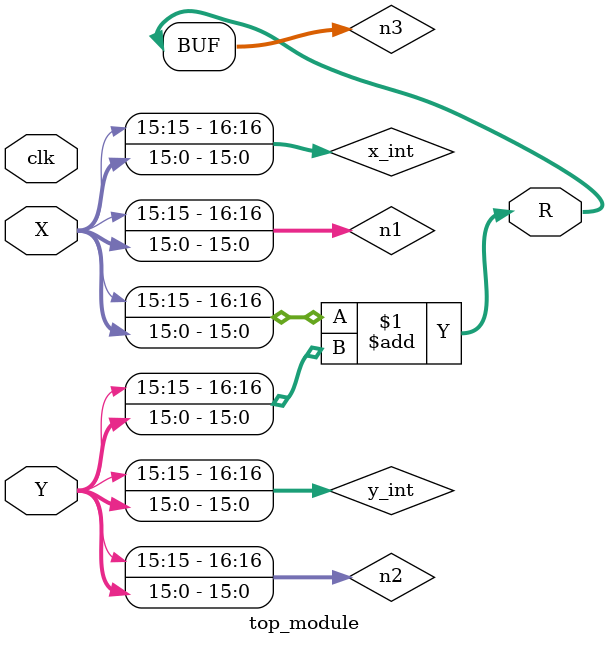
<source format=v>
module top_module
  (input  clk,
   input  [15:0] X,
   input  [15:0] Y,
   output [16:0] R);
  wire [16:0] x_int;
  wire [16:0] y_int;
  wire [16:0] n1;
  wire [16:0] n2;
  wire [16:0] n3;
  assign R = n3; //(module output)
  /* adder16.vhdl:32:8  */
  assign x_int = n1; // (signal)
  /* adder16.vhdl:34:8  */
  assign y_int = n2; // (signal)
  /* adder16.vhdl:37:30  */
  assign n1 = {{1{X[15]}}, X}; // sext
  /* adder16.vhdl:38:30  */
  assign n2 = {{1{Y[15]}}, Y}; // sext
  /* adder16.vhdl:39:51  */
  assign n3 = x_int + y_int;
endmodule


</source>
